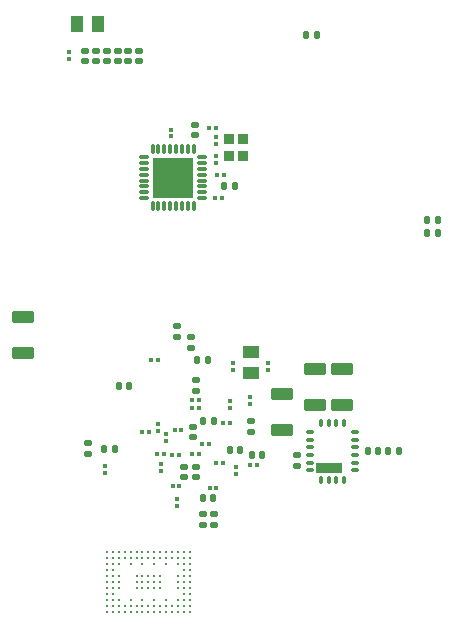
<source format=gbp>
G04 Layer_Color=128*
%FSLAX25Y25*%
%MOIN*%
G70*
G01*
G75*
G04:AMPARAMS|DCode=11|XSize=35.43mil|YSize=31.5mil|CornerRadius=3.15mil|HoleSize=0mil|Usage=FLASHONLY|Rotation=90.000|XOffset=0mil|YOffset=0mil|HoleType=Round|Shape=RoundedRectangle|*
%AMROUNDEDRECTD11*
21,1,0.03543,0.02520,0,0,90.0*
21,1,0.02913,0.03150,0,0,90.0*
1,1,0.00630,0.01260,0.01457*
1,1,0.00630,0.01260,-0.01457*
1,1,0.00630,-0.01260,-0.01457*
1,1,0.00630,-0.01260,0.01457*
%
%ADD11ROUNDEDRECTD11*%
G04:AMPARAMS|DCode=25|XSize=15.75mil|YSize=14.57mil|CornerRadius=1.46mil|HoleSize=0mil|Usage=FLASHONLY|Rotation=0.000|XOffset=0mil|YOffset=0mil|HoleType=Round|Shape=RoundedRectangle|*
%AMROUNDEDRECTD25*
21,1,0.01575,0.01165,0,0,0.0*
21,1,0.01284,0.01457,0,0,0.0*
1,1,0.00291,0.00642,-0.00583*
1,1,0.00291,-0.00642,-0.00583*
1,1,0.00291,-0.00642,0.00583*
1,1,0.00291,0.00642,0.00583*
%
%ADD25ROUNDEDRECTD25*%
G04:AMPARAMS|DCode=28|XSize=23.62mil|YSize=19.68mil|CornerRadius=1.97mil|HoleSize=0mil|Usage=FLASHONLY|Rotation=90.000|XOffset=0mil|YOffset=0mil|HoleType=Round|Shape=RoundedRectangle|*
%AMROUNDEDRECTD28*
21,1,0.02362,0.01575,0,0,90.0*
21,1,0.01968,0.01968,0,0,90.0*
1,1,0.00394,0.00787,0.00984*
1,1,0.00394,0.00787,-0.00984*
1,1,0.00394,-0.00787,-0.00984*
1,1,0.00394,-0.00787,0.00984*
%
%ADD28ROUNDEDRECTD28*%
G04:AMPARAMS|DCode=30|XSize=11.81mil|YSize=23.62mil|CornerRadius=1.95mil|HoleSize=0mil|Usage=FLASHONLY|Rotation=180.000|XOffset=0mil|YOffset=0mil|HoleType=Round|Shape=RoundedRectangle|*
%AMROUNDEDRECTD30*
21,1,0.01181,0.01972,0,0,180.0*
21,1,0.00791,0.02362,0,0,180.0*
1,1,0.00390,-0.00396,0.00986*
1,1,0.00390,0.00396,0.00986*
1,1,0.00390,0.00396,-0.00986*
1,1,0.00390,-0.00396,-0.00986*
%
%ADD30ROUNDEDRECTD30*%
G04:AMPARAMS|DCode=31|XSize=11.81mil|YSize=23.62mil|CornerRadius=1.95mil|HoleSize=0mil|Usage=FLASHONLY|Rotation=90.000|XOffset=0mil|YOffset=0mil|HoleType=Round|Shape=RoundedRectangle|*
%AMROUNDEDRECTD31*
21,1,0.01181,0.01972,0,0,90.0*
21,1,0.00791,0.02362,0,0,90.0*
1,1,0.00390,0.00986,0.00396*
1,1,0.00390,0.00986,-0.00396*
1,1,0.00390,-0.00986,-0.00396*
1,1,0.00390,-0.00986,0.00396*
%
%ADD31ROUNDEDRECTD31*%
%ADD32R,0.08858X0.03543*%
G04:AMPARAMS|DCode=44|XSize=54.33mil|YSize=41.34mil|CornerRadius=4.13mil|HoleSize=0mil|Usage=FLASHONLY|Rotation=180.000|XOffset=0mil|YOffset=0mil|HoleType=Round|Shape=RoundedRectangle|*
%AMROUNDEDRECTD44*
21,1,0.05433,0.03307,0,0,180.0*
21,1,0.04606,0.04134,0,0,180.0*
1,1,0.00827,-0.02303,0.01654*
1,1,0.00827,0.02303,0.01654*
1,1,0.00827,0.02303,-0.01654*
1,1,0.00827,-0.02303,-0.01654*
%
%ADD44ROUNDEDRECTD44*%
G04:AMPARAMS|DCode=47|XSize=23.62mil|YSize=19.68mil|CornerRadius=1.97mil|HoleSize=0mil|Usage=FLASHONLY|Rotation=180.000|XOffset=0mil|YOffset=0mil|HoleType=Round|Shape=RoundedRectangle|*
%AMROUNDEDRECTD47*
21,1,0.02362,0.01575,0,0,180.0*
21,1,0.01968,0.01968,0,0,180.0*
1,1,0.00394,-0.00984,0.00787*
1,1,0.00394,0.00984,0.00787*
1,1,0.00394,0.00984,-0.00787*
1,1,0.00394,-0.00984,-0.00787*
%
%ADD47ROUNDEDRECTD47*%
G04:AMPARAMS|DCode=48|XSize=15.75mil|YSize=14.57mil|CornerRadius=1.46mil|HoleSize=0mil|Usage=FLASHONLY|Rotation=90.000|XOffset=0mil|YOffset=0mil|HoleType=Round|Shape=RoundedRectangle|*
%AMROUNDEDRECTD48*
21,1,0.01575,0.01165,0,0,90.0*
21,1,0.01284,0.01457,0,0,90.0*
1,1,0.00291,0.00583,0.00642*
1,1,0.00291,0.00583,-0.00642*
1,1,0.00291,-0.00583,-0.00642*
1,1,0.00291,-0.00583,0.00642*
%
%ADD48ROUNDEDRECTD48*%
G04:AMPARAMS|DCode=50|XSize=71.65mil|YSize=42.13mil|CornerRadius=4.21mil|HoleSize=0mil|Usage=FLASHONLY|Rotation=180.000|XOffset=0mil|YOffset=0mil|HoleType=Round|Shape=RoundedRectangle|*
%AMROUNDEDRECTD50*
21,1,0.07165,0.03370,0,0,180.0*
21,1,0.06323,0.04213,0,0,180.0*
1,1,0.00843,-0.03161,0.01685*
1,1,0.00843,0.03161,0.01685*
1,1,0.00843,0.03161,-0.01685*
1,1,0.00843,-0.03161,-0.01685*
%
%ADD50ROUNDEDRECTD50*%
%ADD70O,0.01024X0.03543*%
%ADD71O,0.03543X0.01024*%
%ADD72R,0.13583X0.13583*%
%ADD73C,0.00984*%
G04:AMPARAMS|DCode=74|XSize=54.33mil|YSize=41.34mil|CornerRadius=4.13mil|HoleSize=0mil|Usage=FLASHONLY|Rotation=270.000|XOffset=0mil|YOffset=0mil|HoleType=Round|Shape=RoundedRectangle|*
%AMROUNDEDRECTD74*
21,1,0.05433,0.03307,0,0,270.0*
21,1,0.04606,0.04134,0,0,270.0*
1,1,0.00827,-0.01654,-0.02303*
1,1,0.00827,-0.01654,0.02303*
1,1,0.00827,0.01654,0.02303*
1,1,0.00827,0.01654,-0.02303*
%
%ADD74ROUNDEDRECTD74*%
D11*
X121693Y217441D02*
D03*
Y211535D02*
D03*
X126417D02*
D03*
Y217441D02*
D03*
D25*
X134685Y142539D02*
D03*
Y140295D02*
D03*
X128583Y131280D02*
D03*
Y129035D02*
D03*
X122992Y142579D02*
D03*
Y140335D02*
D03*
X98032Y120098D02*
D03*
Y122343D02*
D03*
X100866Y116752D02*
D03*
Y118996D02*
D03*
X104409Y95028D02*
D03*
Y97272D02*
D03*
X124213Y105689D02*
D03*
Y107933D02*
D03*
X122087Y130000D02*
D03*
Y127756D02*
D03*
X99197Y108846D02*
D03*
Y106602D02*
D03*
X117323Y211516D02*
D03*
Y209272D02*
D03*
X102244Y218130D02*
D03*
Y220374D02*
D03*
X117520Y218012D02*
D03*
Y215768D02*
D03*
X80354Y105886D02*
D03*
Y108130D02*
D03*
X68504Y246161D02*
D03*
Y243917D02*
D03*
D28*
X147480Y252008D02*
D03*
X151023D02*
D03*
X111102Y143543D02*
D03*
X114646D02*
D03*
X88543Y135039D02*
D03*
X85000D02*
D03*
X83583Y113898D02*
D03*
X80039D02*
D03*
X123661Y201496D02*
D03*
X120118D02*
D03*
X122008Y113701D02*
D03*
X125551D02*
D03*
X116693Y123386D02*
D03*
X113150D02*
D03*
X167953Y113189D02*
D03*
X171496D02*
D03*
X174803D02*
D03*
X178347D02*
D03*
X116520Y97650D02*
D03*
X112976D02*
D03*
X129252Y112110D02*
D03*
X132795D02*
D03*
X191378Y185905D02*
D03*
X187835D02*
D03*
X191378Y190276D02*
D03*
X187835D02*
D03*
D30*
X152382Y103740D02*
D03*
X160059D02*
D03*
X157500D02*
D03*
X154941D02*
D03*
Y122638D02*
D03*
X157500D02*
D03*
X160059D02*
D03*
X152382D02*
D03*
D31*
X163701Y106791D02*
D03*
Y109350D02*
D03*
Y111909D02*
D03*
Y114469D02*
D03*
Y117027D02*
D03*
Y119587D02*
D03*
X148740Y119587D02*
D03*
Y117027D02*
D03*
Y114469D02*
D03*
Y111909D02*
D03*
Y109350D02*
D03*
Y106791D02*
D03*
D32*
X155138Y107480D02*
D03*
D44*
X128976Y139409D02*
D03*
Y146417D02*
D03*
D47*
X84606Y246772D02*
D03*
Y243228D02*
D03*
X88150Y246772D02*
D03*
Y243228D02*
D03*
X91693Y246772D02*
D03*
Y243228D02*
D03*
X73701Y246772D02*
D03*
Y243228D02*
D03*
X77244Y246772D02*
D03*
Y243228D02*
D03*
X80906Y246772D02*
D03*
Y243228D02*
D03*
X113063Y92177D02*
D03*
Y88634D02*
D03*
X74882Y112362D02*
D03*
Y115906D02*
D03*
X106795Y104535D02*
D03*
Y108079D02*
D03*
X110756D02*
D03*
Y104535D02*
D03*
X110591Y133386D02*
D03*
Y136929D02*
D03*
X129095Y119646D02*
D03*
Y123189D02*
D03*
X108976Y147677D02*
D03*
Y151221D02*
D03*
X104291Y151299D02*
D03*
Y154843D02*
D03*
X116740Y88583D02*
D03*
Y92126D02*
D03*
X109606Y117874D02*
D03*
Y121417D02*
D03*
X110472Y222047D02*
D03*
Y218504D02*
D03*
X144370Y111890D02*
D03*
Y108346D02*
D03*
D48*
X121909Y122520D02*
D03*
X119665D02*
D03*
X95886Y143543D02*
D03*
X98130D02*
D03*
X115098Y220984D02*
D03*
X117342D02*
D03*
X109468Y130433D02*
D03*
X111713D02*
D03*
Y112126D02*
D03*
X109468D02*
D03*
X119760Y109161D02*
D03*
X117516D02*
D03*
X97736Y112323D02*
D03*
X99980D02*
D03*
X104980Y111969D02*
D03*
X102736D02*
D03*
X109468Y127480D02*
D03*
X111713D02*
D03*
X115138Y115630D02*
D03*
X112894D02*
D03*
X117894Y205433D02*
D03*
X120138D02*
D03*
X103602Y120276D02*
D03*
X105847D02*
D03*
X105161Y101606D02*
D03*
X102917D02*
D03*
X115268Y101028D02*
D03*
X117512D02*
D03*
X128768Y108748D02*
D03*
X131012D02*
D03*
X117067Y197520D02*
D03*
X119311D02*
D03*
X92697Y119606D02*
D03*
X94941D02*
D03*
D50*
X52953Y146083D02*
D03*
Y158091D02*
D03*
X159331Y140532D02*
D03*
Y128524D02*
D03*
X150472Y140532D02*
D03*
Y128524D02*
D03*
X139449Y132343D02*
D03*
Y120335D02*
D03*
D70*
X98228Y214016D02*
D03*
X100197D02*
D03*
X110039Y194803D02*
D03*
X108071D02*
D03*
X106102D02*
D03*
X104134D02*
D03*
X102165D02*
D03*
X100197D02*
D03*
X98228D02*
D03*
X96260D02*
D03*
Y214016D02*
D03*
X102165D02*
D03*
X104134D02*
D03*
X106102D02*
D03*
X108071D02*
D03*
X110039D02*
D03*
D71*
X93543Y197520D02*
D03*
Y199488D02*
D03*
Y201457D02*
D03*
Y203425D02*
D03*
Y205394D02*
D03*
Y207362D02*
D03*
Y209331D02*
D03*
Y211299D02*
D03*
X112756D02*
D03*
Y209331D02*
D03*
Y207362D02*
D03*
Y205394D02*
D03*
Y203425D02*
D03*
Y201457D02*
D03*
Y199488D02*
D03*
Y197520D02*
D03*
D72*
X103150Y204410D02*
D03*
D73*
X81063Y79449D02*
D03*
Y77480D02*
D03*
Y75512D02*
D03*
Y73543D02*
D03*
Y71575D02*
D03*
Y69606D02*
D03*
Y67638D02*
D03*
Y65669D02*
D03*
Y63701D02*
D03*
Y61732D02*
D03*
Y59764D02*
D03*
X83031Y79449D02*
D03*
Y77480D02*
D03*
Y75512D02*
D03*
Y73543D02*
D03*
Y71575D02*
D03*
Y69606D02*
D03*
Y67638D02*
D03*
Y65669D02*
D03*
Y63701D02*
D03*
Y61732D02*
D03*
Y59764D02*
D03*
X85000Y79449D02*
D03*
Y77480D02*
D03*
Y75512D02*
D03*
Y71575D02*
D03*
Y69606D02*
D03*
Y67638D02*
D03*
Y63701D02*
D03*
Y61732D02*
D03*
Y59764D02*
D03*
X86968Y79449D02*
D03*
Y77480D02*
D03*
Y61732D02*
D03*
Y59764D02*
D03*
X88937Y79449D02*
D03*
Y77480D02*
D03*
Y75512D02*
D03*
Y63701D02*
D03*
Y61732D02*
D03*
Y59764D02*
D03*
X90905Y79449D02*
D03*
Y77480D02*
D03*
Y71575D02*
D03*
Y69606D02*
D03*
Y67638D02*
D03*
X92874Y79449D02*
D03*
Y77480D02*
D03*
Y75512D02*
D03*
Y71575D02*
D03*
Y69606D02*
D03*
Y67638D02*
D03*
Y63701D02*
D03*
Y61732D02*
D03*
Y59764D02*
D03*
X94842Y79449D02*
D03*
Y77480D02*
D03*
Y71575D02*
D03*
Y69606D02*
D03*
Y67638D02*
D03*
Y61732D02*
D03*
Y59764D02*
D03*
X96811Y79449D02*
D03*
Y77480D02*
D03*
Y75512D02*
D03*
Y71575D02*
D03*
Y69606D02*
D03*
Y67638D02*
D03*
Y63701D02*
D03*
Y61732D02*
D03*
Y59764D02*
D03*
X98779Y79449D02*
D03*
Y77480D02*
D03*
Y71575D02*
D03*
Y69606D02*
D03*
Y67638D02*
D03*
Y61732D02*
D03*
Y59764D02*
D03*
X100748Y79449D02*
D03*
Y77480D02*
D03*
Y75512D02*
D03*
Y63701D02*
D03*
Y61732D02*
D03*
Y59764D02*
D03*
X102717Y79449D02*
D03*
Y77480D02*
D03*
Y61732D02*
D03*
Y59764D02*
D03*
X104685Y79449D02*
D03*
Y77480D02*
D03*
Y75512D02*
D03*
Y71575D02*
D03*
Y69606D02*
D03*
Y67638D02*
D03*
Y63701D02*
D03*
Y61732D02*
D03*
Y59764D02*
D03*
X106653Y79449D02*
D03*
Y77480D02*
D03*
Y75512D02*
D03*
Y73543D02*
D03*
Y71575D02*
D03*
Y69606D02*
D03*
Y67638D02*
D03*
Y65669D02*
D03*
Y63701D02*
D03*
Y61732D02*
D03*
Y59764D02*
D03*
X108622Y79449D02*
D03*
Y77480D02*
D03*
Y75512D02*
D03*
Y73543D02*
D03*
Y71575D02*
D03*
Y69606D02*
D03*
Y67638D02*
D03*
Y65669D02*
D03*
Y63701D02*
D03*
Y61732D02*
D03*
Y59764D02*
D03*
X90905D02*
D03*
Y61732D02*
D03*
D74*
X71063Y255591D02*
D03*
X78071D02*
D03*
M02*

</source>
